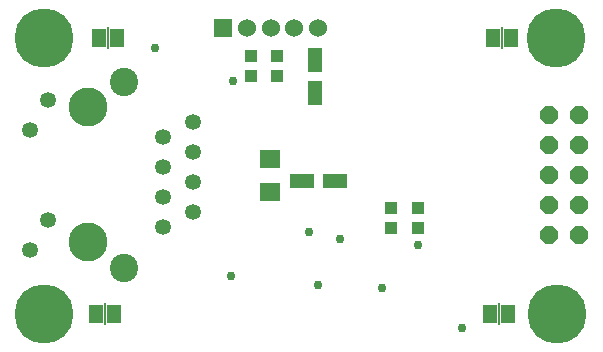
<source format=gbs>
G75*
%MOIN*%
%OFA0B0*%
%FSLAX25Y25*%
%IPPOS*%
%LPD*%
%AMOC8*
5,1,8,0,0,1.08239X$1,22.5*
%
%ADD10C,0.05315*%
%ADD11C,0.09449*%
%ADD12C,0.12992*%
%ADD13OC8,0.06000*%
%ADD14R,0.03937X0.04331*%
%ADD15R,0.07087X0.06299*%
%ADD16R,0.07874X0.04724*%
%ADD17R,0.04724X0.07874*%
%ADD18C,0.19685*%
%ADD19R,0.06000X0.06000*%
%ADD20C,0.06000*%
%ADD21R,0.04600X0.06300*%
%ADD22R,0.00600X0.07200*%
%ADD23C,0.02953*%
D10*
X0026309Y0051349D03*
X0032296Y0061342D03*
X0070595Y0058746D03*
X0080595Y0063746D03*
X0070595Y0068746D03*
X0080595Y0073746D03*
X0070595Y0078746D03*
X0080595Y0083746D03*
X0070595Y0088746D03*
X0080595Y0093746D03*
X0032294Y0101152D03*
X0026311Y0091145D03*
D11*
X0057603Y0107250D03*
X0057603Y0045242D03*
D12*
X0045595Y0053746D03*
X0045595Y0098746D03*
D13*
X0199532Y0096249D03*
X0209532Y0096249D03*
X0209532Y0086249D03*
X0199532Y0086249D03*
X0199532Y0076249D03*
X0209532Y0076249D03*
X0209532Y0066249D03*
X0199532Y0066249D03*
X0199532Y0056249D03*
X0209532Y0056249D03*
D14*
X0155792Y0058430D03*
X0155792Y0065123D03*
X0146737Y0065221D03*
X0146737Y0058528D03*
X0108627Y0109166D03*
X0100209Y0109099D03*
X0100209Y0115792D03*
X0108627Y0115859D03*
D15*
X0106435Y0081403D03*
X0106435Y0070380D03*
D16*
X0117107Y0074209D03*
X0128131Y0074209D03*
D17*
X0121355Y0103501D03*
X0121355Y0114524D03*
D18*
X0031170Y0029910D03*
X0031013Y0121839D03*
X0201800Y0121839D03*
X0201879Y0029831D03*
D19*
X0090816Y0125068D03*
D20*
X0098690Y0125068D03*
X0106564Y0125068D03*
X0114438Y0125068D03*
X0122312Y0125068D03*
D21*
X0180650Y0121918D03*
X0186650Y0121918D03*
X0055430Y0121839D03*
X0049430Y0121839D03*
X0048446Y0029792D03*
X0054446Y0029792D03*
X0179824Y0029792D03*
X0185824Y0029792D03*
D22*
X0182824Y0029792D03*
X0051446Y0029792D03*
X0052430Y0121839D03*
X0183650Y0121918D03*
D23*
X0093926Y0107469D03*
X0067981Y0118375D03*
X0119320Y0057115D03*
X0129792Y0054989D03*
X0122351Y0039556D03*
X0143808Y0038690D03*
X0155816Y0052942D03*
X0170343Y0025068D03*
X0093454Y0042666D03*
M02*

</source>
